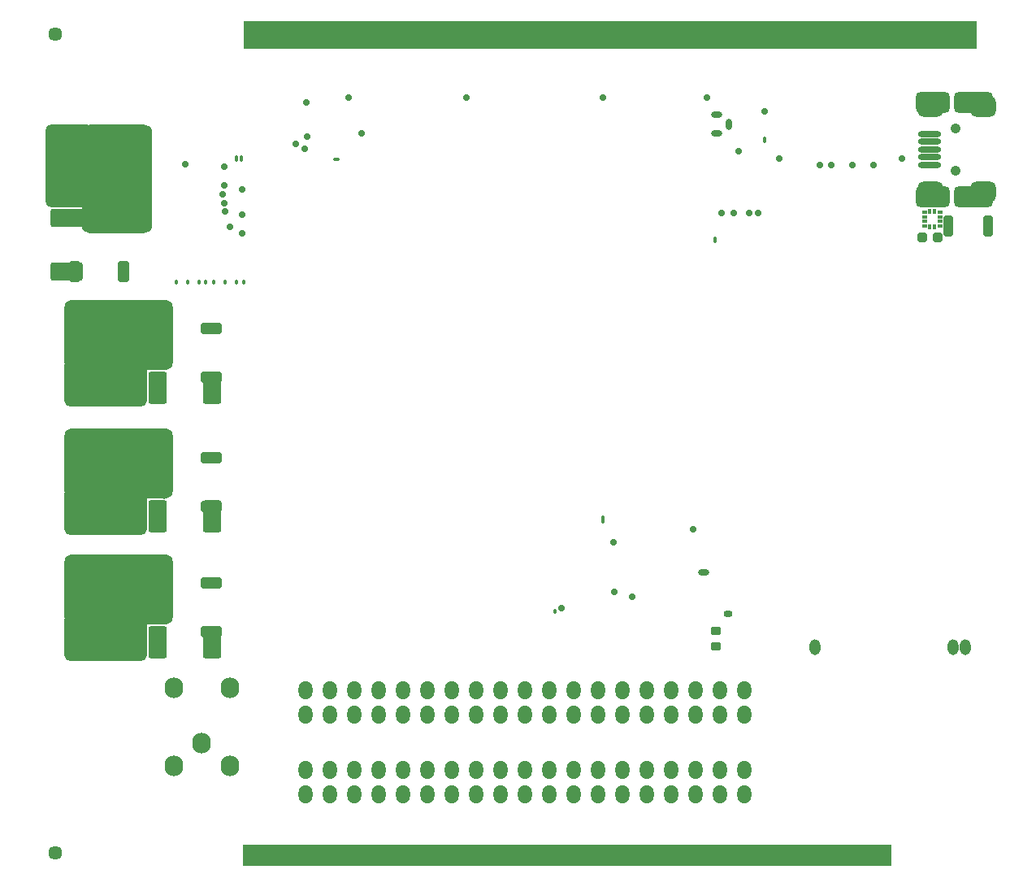
<source format=gts>
G04*
G04 #@! TF.GenerationSoftware,Altium Limited,Altium Designer,20.2.7 (254)*
G04*
G04 Layer_Color=7674933*
%FSLAX25Y25*%
%MOIN*%
G70*
G04*
G04 #@! TF.SameCoordinates,69BB3710-89EE-4534-A0DB-451B00BB9E09*
G04*
G04*
G04 #@! TF.FilePolarity,Negative*
G04*
G01*
G75*
%ADD36R,0.04232X0.39685*%
%ADD37R,0.39685X0.04232*%
%ADD38R,2.65847X0.08563*%
%ADD39R,3.01083X0.11614*%
G04:AMPARAMS|DCode=40|XSize=84.25mil|YSize=103.94mil|CornerRadius=22.44mil|HoleSize=0mil|Usage=FLASHONLY|Rotation=270.000|XOffset=0mil|YOffset=0mil|HoleType=Round|Shape=RoundedRectangle|*
%AMROUNDEDRECTD40*
21,1,0.08425,0.05906,0,0,270.0*
21,1,0.03937,0.10394,0,0,270.0*
1,1,0.04488,-0.02953,-0.01968*
1,1,0.04488,-0.02953,0.01968*
1,1,0.04488,0.02953,0.01968*
1,1,0.04488,0.02953,-0.01968*
%
%ADD40ROUNDEDRECTD40*%
%ADD41O,0.09409X0.02520*%
G04:AMPARAMS|DCode=42|XSize=86.22mil|YSize=162.99mil|CornerRadius=22.93mil|HoleSize=0mil|Usage=FLASHONLY|Rotation=90.000|XOffset=0mil|YOffset=0mil|HoleType=Round|Shape=RoundedRectangle|*
%AMROUNDEDRECTD42*
21,1,0.08622,0.11713,0,0,90.0*
21,1,0.04035,0.16299,0,0,90.0*
1,1,0.04587,0.05856,0.02018*
1,1,0.04587,0.05856,-0.02018*
1,1,0.04587,-0.05856,-0.02018*
1,1,0.04587,-0.05856,0.02018*
%
%ADD42ROUNDEDRECTD42*%
G04:AMPARAMS|DCode=43|XSize=86.22mil|YSize=143.31mil|CornerRadius=22.93mil|HoleSize=0mil|Usage=FLASHONLY|Rotation=90.000|XOffset=0mil|YOffset=0mil|HoleType=Round|Shape=RoundedRectangle|*
%AMROUNDEDRECTD43*
21,1,0.08622,0.09744,0,0,90.0*
21,1,0.04035,0.14331,0,0,90.0*
1,1,0.04587,0.04872,0.02018*
1,1,0.04587,0.04872,-0.02018*
1,1,0.04587,-0.04872,-0.02018*
1,1,0.04587,-0.04872,0.02018*
%
%ADD43ROUNDEDRECTD43*%
G04:AMPARAMS|DCode=44|XSize=15.35mil|YSize=33.07mil|CornerRadius=7.68mil|HoleSize=0mil|Usage=FLASHONLY|Rotation=180.000|XOffset=0mil|YOffset=0mil|HoleType=Round|Shape=RoundedRectangle|*
%AMROUNDEDRECTD44*
21,1,0.01535,0.01772,0,0,180.0*
21,1,0.00000,0.03307,0,0,180.0*
1,1,0.01535,0.00000,0.00886*
1,1,0.01535,0.00000,0.00886*
1,1,0.01535,0.00000,-0.00886*
1,1,0.01535,0.00000,-0.00886*
%
%ADD44ROUNDEDRECTD44*%
%ADD45O,0.01339X0.02520*%
%ADD46O,0.04488X0.02520*%
%ADD47O,0.01535X0.02520*%
%ADD48O,0.02520X0.01535*%
%ADD49O,0.01535X0.02520*%
%ADD50O,0.01339X0.03307*%
%ADD51O,0.02520X0.04488*%
%ADD52O,0.04488X0.06457*%
%ADD53O,0.03701X0.02913*%
%ADD54O,0.01339X0.02126*%
G04:AMPARAMS|DCode=55|XSize=46.85mil|YSize=84.25mil|CornerRadius=6.89mil|HoleSize=0mil|Usage=FLASHONLY|Rotation=90.000|XOffset=0mil|YOffset=0mil|HoleType=Round|Shape=RoundedRectangle|*
%AMROUNDEDRECTD55*
21,1,0.04685,0.07047,0,0,90.0*
21,1,0.03307,0.08425,0,0,90.0*
1,1,0.01378,0.03524,0.01654*
1,1,0.01378,0.03524,-0.01654*
1,1,0.01378,-0.03524,-0.01654*
1,1,0.01378,-0.03524,0.01654*
%
%ADD55ROUNDEDRECTD55*%
%ADD56R,0.12362X0.04488*%
%ADD57R,0.08425X0.04488*%
G04:AMPARAMS|DCode=58|XSize=444.49mil|YSize=288.98mil|CornerRadius=31.1mil|HoleSize=0mil|Usage=FLASHONLY|Rotation=180.000|XOffset=0mil|YOffset=0mil|HoleType=Round|Shape=RoundedRectangle|*
%AMROUNDEDRECTD58*
21,1,0.44449,0.22677,0,0,180.0*
21,1,0.38228,0.28898,0,0,180.0*
1,1,0.06221,-0.19114,0.11339*
1,1,0.06221,0.19114,0.11339*
1,1,0.06221,0.19114,-0.11339*
1,1,0.06221,-0.19114,-0.11339*
%
%ADD58ROUNDEDRECTD58*%
G04:AMPARAMS|DCode=59|XSize=338.19mil|YSize=192.52mil|CornerRadius=21.46mil|HoleSize=0mil|Usage=FLASHONLY|Rotation=180.000|XOffset=0mil|YOffset=0mil|HoleType=Round|Shape=RoundedRectangle|*
%AMROUNDEDRECTD59*
21,1,0.33819,0.14961,0,0,180.0*
21,1,0.29528,0.19252,0,0,180.0*
1,1,0.04291,-0.14764,0.07480*
1,1,0.04291,0.14764,0.07480*
1,1,0.04291,0.14764,-0.07480*
1,1,0.04291,-0.14764,-0.07480*
%
%ADD59ROUNDEDRECTD59*%
G04:AMPARAMS|DCode=60|XSize=46.85mil|YSize=84.25mil|CornerRadius=6.89mil|HoleSize=0mil|Usage=FLASHONLY|Rotation=0.000|XOffset=0mil|YOffset=0mil|HoleType=Round|Shape=RoundedRectangle|*
%AMROUNDEDRECTD60*
21,1,0.04685,0.07047,0,0,0.0*
21,1,0.03307,0.08425,0,0,0.0*
1,1,0.01378,0.01654,-0.03524*
1,1,0.01378,-0.01654,-0.03524*
1,1,0.01378,-0.01654,0.03524*
1,1,0.01378,0.01654,0.03524*
%
%ADD60ROUNDEDRECTD60*%
%ADD61R,0.04488X0.12362*%
%ADD62R,0.04488X0.08425*%
G04:AMPARAMS|DCode=63|XSize=444.49mil|YSize=288.98mil|CornerRadius=31.1mil|HoleSize=0mil|Usage=FLASHONLY|Rotation=90.000|XOffset=0mil|YOffset=0mil|HoleType=Round|Shape=RoundedRectangle|*
%AMROUNDEDRECTD63*
21,1,0.44449,0.22677,0,0,90.0*
21,1,0.38228,0.28898,0,0,90.0*
1,1,0.06221,0.11339,0.19114*
1,1,0.06221,0.11339,-0.19114*
1,1,0.06221,-0.11339,-0.19114*
1,1,0.06221,-0.11339,0.19114*
%
%ADD63ROUNDEDRECTD63*%
G04:AMPARAMS|DCode=64|XSize=338.19mil|YSize=192.52mil|CornerRadius=21.46mil|HoleSize=0mil|Usage=FLASHONLY|Rotation=90.000|XOffset=0mil|YOffset=0mil|HoleType=Round|Shape=RoundedRectangle|*
%AMROUNDEDRECTD64*
21,1,0.33819,0.14961,0,0,90.0*
21,1,0.29528,0.19252,0,0,90.0*
1,1,0.04291,0.07480,0.14764*
1,1,0.04291,0.07480,-0.14764*
1,1,0.04291,-0.07480,-0.14764*
1,1,0.04291,-0.07480,0.14764*
%
%ADD64ROUNDEDRECTD64*%
%ADD65R,0.01929X0.01535*%
%ADD66R,0.01535X0.01929*%
G04:AMPARAMS|DCode=67|XSize=38.98mil|YSize=38.98mil|CornerRadius=6.1mil|HoleSize=0mil|Usage=FLASHONLY|Rotation=180.000|XOffset=0mil|YOffset=0mil|HoleType=Round|Shape=RoundedRectangle|*
%AMROUNDEDRECTD67*
21,1,0.03898,0.02677,0,0,180.0*
21,1,0.02677,0.03898,0,0,180.0*
1,1,0.01221,-0.01339,0.01339*
1,1,0.01221,0.01339,0.01339*
1,1,0.01221,0.01339,-0.01339*
1,1,0.01221,-0.01339,-0.01339*
%
%ADD67ROUNDEDRECTD67*%
G04:AMPARAMS|DCode=68|XSize=131.5mil|YSize=76.38mil|CornerRadius=9.84mil|HoleSize=0mil|Usage=FLASHONLY|Rotation=270.000|XOffset=0mil|YOffset=0mil|HoleType=Round|Shape=RoundedRectangle|*
%AMROUNDEDRECTD68*
21,1,0.13150,0.05669,0,0,270.0*
21,1,0.11181,0.07638,0,0,270.0*
1,1,0.01968,-0.02835,-0.05591*
1,1,0.01968,-0.02835,0.05591*
1,1,0.01968,0.02835,0.05591*
1,1,0.01968,0.02835,-0.05591*
%
%ADD68ROUNDEDRECTD68*%
G04:AMPARAMS|DCode=69|XSize=37.01mil|YSize=84.25mil|CornerRadius=5.91mil|HoleSize=0mil|Usage=FLASHONLY|Rotation=180.000|XOffset=0mil|YOffset=0mil|HoleType=Round|Shape=RoundedRectangle|*
%AMROUNDEDRECTD69*
21,1,0.03701,0.07244,0,0,180.0*
21,1,0.02520,0.08425,0,0,180.0*
1,1,0.01181,-0.01260,0.03622*
1,1,0.01181,0.01260,0.03622*
1,1,0.01181,0.01260,-0.03622*
1,1,0.01181,-0.01260,-0.03622*
%
%ADD69ROUNDEDRECTD69*%
G04:AMPARAMS|DCode=70|XSize=33.07mil|YSize=41.73mil|CornerRadius=5.51mil|HoleSize=0mil|Usage=FLASHONLY|Rotation=270.000|XOffset=0mil|YOffset=0mil|HoleType=Round|Shape=RoundedRectangle|*
%AMROUNDEDRECTD70*
21,1,0.03307,0.03071,0,0,270.0*
21,1,0.02205,0.04173,0,0,270.0*
1,1,0.01102,-0.01535,-0.01102*
1,1,0.01102,-0.01535,0.01102*
1,1,0.01102,0.01535,0.01102*
1,1,0.01102,0.01535,-0.01102*
%
%ADD70ROUNDEDRECTD70*%
G04:AMPARAMS|DCode=71|XSize=131.5mil|YSize=76.38mil|CornerRadius=9.84mil|HoleSize=0mil|Usage=FLASHONLY|Rotation=180.000|XOffset=0mil|YOffset=0mil|HoleType=Round|Shape=RoundedRectangle|*
%AMROUNDEDRECTD71*
21,1,0.13150,0.05669,0,0,180.0*
21,1,0.11181,0.07638,0,0,180.0*
1,1,0.01968,-0.05591,0.02835*
1,1,0.01968,0.05591,0.02835*
1,1,0.01968,0.05591,-0.02835*
1,1,0.01968,-0.05591,-0.02835*
%
%ADD71ROUNDEDRECTD71*%
%ADD72C,0.04095*%
%ADD73C,0.02913*%
%ADD74C,0.00551*%
%ADD75O,0.07638X0.08425*%
%ADD76O,0.05669X0.07638*%
%ADD77C,0.05701*%
%ADD78C,0.04488*%
G36*
X369370Y262219D02*
X369228D01*
Y264921D01*
X369370D01*
Y262219D01*
D02*
G37*
G36*
Y265548D02*
X369131D01*
Y266890D01*
X369370D01*
Y265548D01*
D02*
G37*
G36*
Y268852D02*
X369181D01*
Y268858D01*
X369370D01*
Y268852D01*
D02*
G37*
D36*
X11860Y105059D02*
D03*
Y156634D02*
D03*
X11861Y209390D02*
D03*
D37*
X22776Y301526D02*
D03*
D38*
X215699Y4281D02*
D03*
D39*
X233317Y340650D02*
D03*
D40*
X364642Y311221D02*
D03*
X386098D02*
D03*
Y276181D02*
D03*
X364642D02*
D03*
D41*
X364268Y300000D02*
D03*
Y296850D02*
D03*
Y287402D02*
D03*
Y290551D02*
D03*
Y293701D02*
D03*
D42*
X382279Y274311D02*
D03*
Y313091D02*
D03*
D43*
X365547Y274311D02*
D03*
Y313091D02*
D03*
D44*
X230315Y141929D02*
D03*
D45*
X210630Y104331D02*
D03*
D46*
X271752Y120276D02*
D03*
X277047Y307973D02*
D03*
X277047Y300492D02*
D03*
D47*
X81988Y289862D02*
D03*
X80020D02*
D03*
D48*
X120768Y289665D02*
D03*
D49*
X276260Y256693D02*
D03*
D50*
X296634Y297638D02*
D03*
D51*
X281791Y304035D02*
D03*
D52*
X317231Y89582D02*
D03*
X373825D02*
D03*
X378769D02*
D03*
D53*
X281581Y103347D02*
D03*
D54*
X67422Y239273D02*
D03*
X70728D02*
D03*
X64468D02*
D03*
X75354D02*
D03*
X79980D02*
D03*
X82972D02*
D03*
X59842D02*
D03*
X55216D02*
D03*
D55*
X69685Y115905D02*
D03*
X69685Y95906D02*
D03*
X69685Y167480D02*
D03*
X69685Y147480D02*
D03*
X69685Y220236D02*
D03*
X69685Y200236D02*
D03*
D56*
X18602Y93012D02*
D03*
Y105905D02*
D03*
Y118799D02*
D03*
X38484Y106004D02*
D03*
Y118898D02*
D03*
X18602Y144587D02*
D03*
Y157480D02*
D03*
Y170374D02*
D03*
X38484Y157579D02*
D03*
Y170472D02*
D03*
X18602Y197343D02*
D03*
Y210236D02*
D03*
Y223130D02*
D03*
X38484Y210335D02*
D03*
Y223228D02*
D03*
D57*
X36515Y93110D02*
D03*
Y144685D02*
D03*
Y197441D02*
D03*
D58*
X31693Y113287D02*
D03*
Y164862D02*
D03*
Y217618D02*
D03*
D59*
X26378Y93701D02*
D03*
Y145276D02*
D03*
Y198031D02*
D03*
D60*
X33622Y243701D02*
D03*
X13622Y243701D02*
D03*
D61*
X10728Y294783D02*
D03*
X23622D02*
D03*
X36516D02*
D03*
X23720Y274902D02*
D03*
X36614D02*
D03*
D62*
X10827Y276870D02*
D03*
D63*
X31004Y281693D02*
D03*
D64*
X11417Y287008D02*
D03*
D65*
X362205Y266142D02*
D03*
Y264173D02*
D03*
Y268110D02*
D03*
Y262205D02*
D03*
X368504Y268110D02*
D03*
Y266142D02*
D03*
Y264173D02*
D03*
Y262205D02*
D03*
D66*
X364370Y268307D02*
D03*
X366339D02*
D03*
Y262008D02*
D03*
X364370D02*
D03*
D67*
X367480Y257776D02*
D03*
X361260D02*
D03*
D68*
X69784Y91732D02*
D03*
X47736D02*
D03*
Y196063D02*
D03*
X69784D02*
D03*
X47736Y143307D02*
D03*
X69784D02*
D03*
D69*
X388387Y262319D02*
D03*
X371851D02*
D03*
D70*
X276673Y96260D02*
D03*
Y89961D02*
D03*
D71*
X10236Y243602D02*
D03*
Y265650D02*
D03*
D72*
X374799Y302362D02*
D03*
Y285039D02*
D03*
D73*
X234744Y132776D02*
D03*
X213287Y105807D02*
D03*
X242224Y110236D02*
D03*
X267126Y137992D02*
D03*
X234813Y112175D02*
D03*
X352772Y290075D02*
D03*
X319390Y287402D02*
D03*
X302756Y290039D02*
D03*
X332579Y287402D02*
D03*
X341339D02*
D03*
X324016D02*
D03*
X296555Y309350D02*
D03*
X104331Y296063D02*
D03*
X107776Y293996D02*
D03*
X108957Y299016D02*
D03*
X108661Y312992D02*
D03*
X290354Y267815D02*
D03*
X293898D02*
D03*
X278839D02*
D03*
X283858D02*
D03*
X286043Y293110D02*
D03*
X230118Y315158D02*
D03*
X273031D02*
D03*
X131398Y300197D02*
D03*
X174213Y315158D02*
D03*
X125932D02*
D03*
X75059Y279035D02*
D03*
X82284Y277362D02*
D03*
X74213Y275197D02*
D03*
X75059Y271752D02*
D03*
X82284Y267126D02*
D03*
X75354Y268406D02*
D03*
X77126Y262008D02*
D03*
X82284Y259449D02*
D03*
X75000Y286516D02*
D03*
X58957Y287697D02*
D03*
D74*
X312205Y52165D02*
D03*
X319882Y21457D02*
D03*
X28346D02*
D03*
X36024Y52165D02*
D03*
X34331Y73150D02*
D03*
X316496D02*
D03*
X15079Y39449D02*
D03*
X333701D02*
D03*
X250590Y317717D02*
D03*
D75*
X54331Y41142D02*
D03*
X77165D02*
D03*
X65748Y50315D02*
D03*
X54331Y73150D02*
D03*
X77165D02*
D03*
D76*
X208307Y62087D02*
D03*
X288307Y72087D02*
D03*
Y62087D02*
D03*
X278307Y72087D02*
D03*
Y62087D02*
D03*
X268307Y72087D02*
D03*
Y62087D02*
D03*
X258307Y72087D02*
D03*
Y62087D02*
D03*
X248307Y72087D02*
D03*
Y62087D02*
D03*
X238307Y72087D02*
D03*
Y62087D02*
D03*
X228307Y72087D02*
D03*
Y62087D02*
D03*
X218307Y72087D02*
D03*
Y62087D02*
D03*
X208307Y72087D02*
D03*
Y29331D02*
D03*
X288307Y39331D02*
D03*
Y29331D02*
D03*
X278307Y39331D02*
D03*
Y29331D02*
D03*
X268307Y39331D02*
D03*
Y29331D02*
D03*
X258307Y39331D02*
D03*
Y29331D02*
D03*
X248307Y39331D02*
D03*
Y29331D02*
D03*
X238307Y39331D02*
D03*
Y29331D02*
D03*
X228307Y39331D02*
D03*
Y29331D02*
D03*
X218307Y39331D02*
D03*
Y29331D02*
D03*
X208307Y39331D02*
D03*
X108307Y62087D02*
D03*
Y72087D02*
D03*
X118307Y62087D02*
D03*
Y72087D02*
D03*
X128307Y62087D02*
D03*
Y72087D02*
D03*
X138307Y62087D02*
D03*
Y72087D02*
D03*
X148307Y62087D02*
D03*
Y72087D02*
D03*
X158307Y62087D02*
D03*
Y72087D02*
D03*
X168307Y62087D02*
D03*
Y72087D02*
D03*
X178307Y62087D02*
D03*
Y72087D02*
D03*
X188307Y62087D02*
D03*
Y72087D02*
D03*
X198307Y62087D02*
D03*
Y72087D02*
D03*
X108307Y29331D02*
D03*
Y39331D02*
D03*
X118307Y29331D02*
D03*
Y39331D02*
D03*
X128307Y29331D02*
D03*
Y39331D02*
D03*
X138307Y29331D02*
D03*
Y39331D02*
D03*
X148307Y29331D02*
D03*
Y39331D02*
D03*
X158307Y29331D02*
D03*
Y39331D02*
D03*
X168307Y29331D02*
D03*
Y39331D02*
D03*
X178307Y29331D02*
D03*
Y39331D02*
D03*
X188307Y29331D02*
D03*
Y39331D02*
D03*
X198307Y29331D02*
D03*
Y39331D02*
D03*
D77*
X5630Y341024D02*
D03*
X343012Y5433D02*
D03*
X5630D02*
D03*
D78*
X28543Y124114D02*
D03*
Y112106D02*
D03*
Y99803D02*
D03*
Y87795D02*
D03*
X40944D02*
D03*
X35728D02*
D03*
X40944Y99803D02*
D03*
X35728D02*
D03*
X42913Y112106D02*
D03*
X35728D02*
D03*
Y124114D02*
D03*
X42913D02*
D03*
X50098Y101181D02*
D03*
Y112106D02*
D03*
Y124114D02*
D03*
X28543Y93799D02*
D03*
Y105905D02*
D03*
X28543Y118110D02*
D03*
X50098D02*
D03*
X50098Y106102D02*
D03*
X28543Y175689D02*
D03*
Y163681D02*
D03*
Y151378D02*
D03*
Y139370D02*
D03*
X40944D02*
D03*
X35728D02*
D03*
X40944Y151378D02*
D03*
X35728D02*
D03*
X42913Y163681D02*
D03*
X35728D02*
D03*
Y175689D02*
D03*
X42913D02*
D03*
X50098Y152756D02*
D03*
Y163681D02*
D03*
Y175689D02*
D03*
X28543Y145374D02*
D03*
Y157480D02*
D03*
X28543Y169685D02*
D03*
X50098D02*
D03*
X50098Y157677D02*
D03*
X28543Y228445D02*
D03*
Y216437D02*
D03*
Y204134D02*
D03*
Y192126D02*
D03*
X40944D02*
D03*
X35728D02*
D03*
X40944Y204134D02*
D03*
X35728D02*
D03*
X42913Y216437D02*
D03*
X35728D02*
D03*
Y228445D02*
D03*
X42913D02*
D03*
X50098Y205512D02*
D03*
Y216437D02*
D03*
Y228445D02*
D03*
X28543Y198130D02*
D03*
Y210236D02*
D03*
X28543Y222441D02*
D03*
X50098D02*
D03*
X50098Y210433D02*
D03*
X41831Y284843D02*
D03*
X29823D02*
D03*
X17520D02*
D03*
X5512D02*
D03*
Y272441D02*
D03*
Y277658D02*
D03*
X17520Y272441D02*
D03*
Y277658D02*
D03*
X29823Y270473D02*
D03*
Y277658D02*
D03*
X41831D02*
D03*
Y270473D02*
D03*
X18898Y263288D02*
D03*
X29823D02*
D03*
X41831D02*
D03*
X11516Y284842D02*
D03*
X23622D02*
D03*
X35827Y284843D02*
D03*
Y263288D02*
D03*
X23819Y263288D02*
D03*
M02*

</source>
